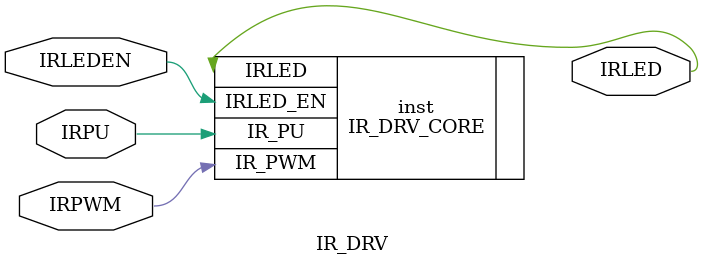
<source format=v>
`timescale 1ps/1ps
module IR_DRV (IRLEDEN,IRPWM,IRPU,IRLED);

input IRLEDEN,IRPWM,IRPU ;
output IRLED;	  

parameter IR_CURRENT = "0b0000000000"; 
IR_DRV_CORE inst (.IRLED_EN(IRLEDEN),.IR_PWM(IRPWM),.IR_PU(IRPU),.IRLED(IRLED));
defparam inst.IR_CURRENT=IR_CURRENT;


endmodule

</source>
